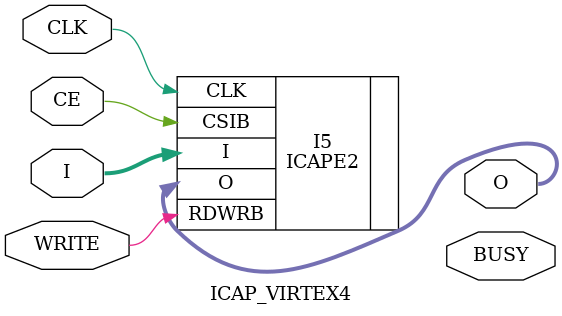
<source format=v>

`timescale 1 ps / 1 ps 

module ICAP_VIRTEX4 (BUSY, O, CE, CLK, I, WRITE);

    output BUSY;
    output [31:0] O;

    input  CE, CLK, WRITE;
    input  [31:0] I;

    parameter ICAP_WIDTH = "X8";


ICAPE2 #(.ICAP_WIDTH(ICAP_WIDTH)) I5 ( .O(O), .CLK(CLK), .CSIB(CE), .I(I), .RDWRB(WRITE));

endmodule

</source>
